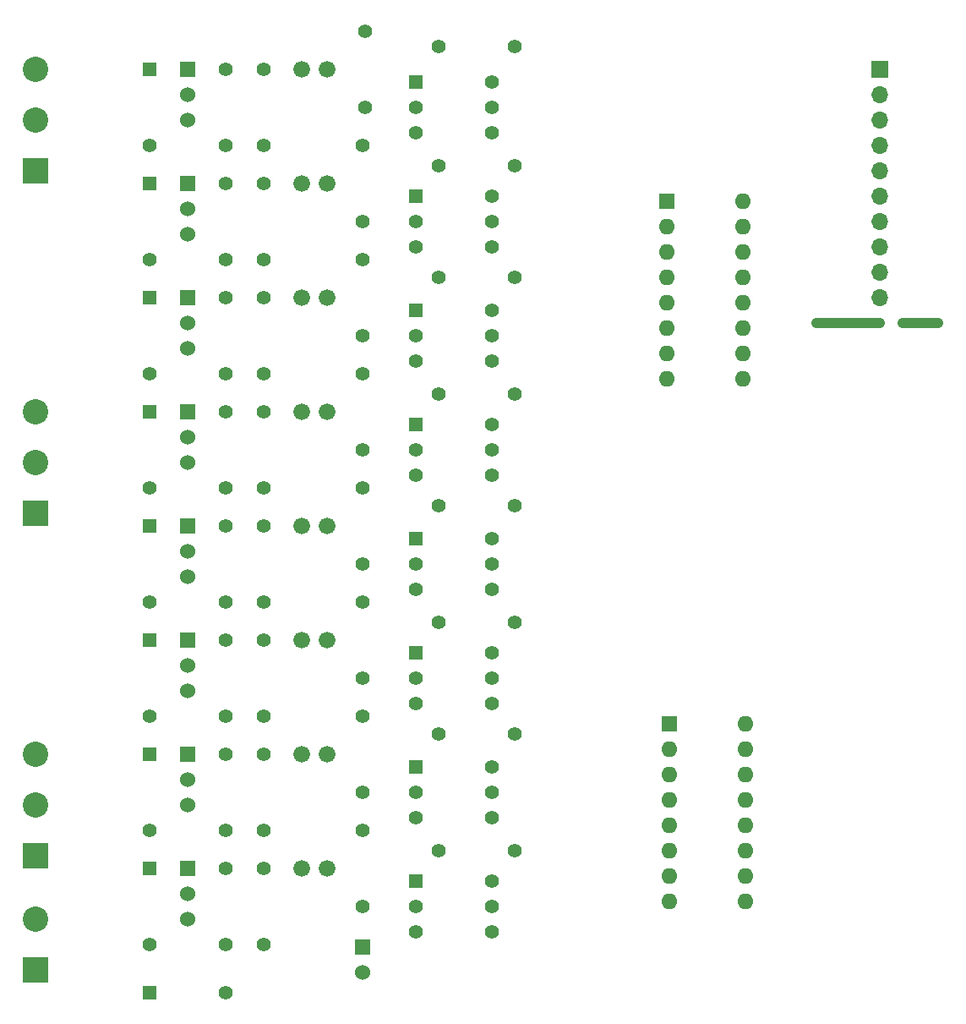
<source format=gtl>
G04 #@! TF.FileFunction,Copper,L1,Top,Signal*
%FSLAX46Y46*%
G04 Gerber Fmt 4.6, Leading zero omitted, Abs format (unit mm)*
G04 Created by KiCad (PCBNEW 4.0.7-e2-6376~58~ubuntu14.04.1) date Sat Apr  7 11:11:52 2018*
%MOMM*%
%LPD*%
G01*
G04 APERTURE LIST*
%ADD10C,0.150000*%
%ADD11R,1.397000X1.397000*%
%ADD12C,1.397000*%
%ADD13R,1.524000X1.524000*%
%ADD14C,1.524000*%
%ADD15C,1.676400*%
%ADD16R,2.540000X2.540000*%
%ADD17C,2.540000*%
%ADD18R,1.700000X1.700000*%
%ADD19O,1.700000X1.700000*%
%ADD20R,1.600000X1.600000*%
%ADD21O,1.600000X1.600000*%
%ADD22C,0.889000*%
%ADD23C,1.000000*%
G04 APERTURE END LIST*
D10*
D11*
X106680000Y-73660000D03*
D12*
X106680000Y-76200000D03*
X106680000Y-78740000D03*
X114300000Y-78740000D03*
X114300000Y-76200000D03*
X114300000Y-73660000D03*
X116586000Y-70104000D03*
X108966000Y-70104000D03*
X101600000Y-68580000D03*
X101600000Y-76200000D03*
X116586000Y-138938000D03*
X108966000Y-138938000D03*
X101346000Y-137160000D03*
X101346000Y-144780000D03*
X116586000Y-150622000D03*
X108966000Y-150622000D03*
X101346000Y-148590000D03*
X101346000Y-156210000D03*
X116586000Y-127762000D03*
X108966000Y-127762000D03*
X101346000Y-125730000D03*
X101346000Y-133350000D03*
X116586000Y-116078000D03*
X108966000Y-116078000D03*
X101346000Y-114300000D03*
X101346000Y-121920000D03*
X116586000Y-104902000D03*
X108966000Y-104902000D03*
X101346000Y-102870000D03*
X101346000Y-110490000D03*
X116586000Y-93218000D03*
X108966000Y-93218000D03*
X101346000Y-91440000D03*
X101346000Y-99060000D03*
X116586000Y-82042000D03*
X108966000Y-82042000D03*
X101346000Y-80010000D03*
X101346000Y-87630000D03*
D13*
X83820000Y-72390000D03*
D14*
X83820000Y-74930000D03*
X83820000Y-77470000D03*
D15*
X95250000Y-129540000D03*
X97790000Y-129540000D03*
X95250000Y-95250000D03*
X97790000Y-95250000D03*
X95250000Y-140970000D03*
X97790000Y-140970000D03*
X95250000Y-83820000D03*
X97790000Y-83820000D03*
X95250000Y-106680000D03*
X97790000Y-106680000D03*
X95250000Y-72390000D03*
X97790000Y-72390000D03*
X95250000Y-152400000D03*
X97790000Y-152400000D03*
X95250000Y-118110000D03*
X97790000Y-118110000D03*
D11*
X106680000Y-153670000D03*
D12*
X106680000Y-156210000D03*
X106680000Y-158750000D03*
X114300000Y-158750000D03*
X114300000Y-156210000D03*
X114300000Y-153670000D03*
D11*
X106680000Y-142240000D03*
D12*
X106680000Y-144780000D03*
X106680000Y-147320000D03*
X114300000Y-147320000D03*
X114300000Y-144780000D03*
X114300000Y-142240000D03*
D11*
X106680000Y-96520000D03*
D12*
X106680000Y-99060000D03*
X106680000Y-101600000D03*
X114300000Y-101600000D03*
X114300000Y-99060000D03*
X114300000Y-96520000D03*
D11*
X106680000Y-130810000D03*
D12*
X106680000Y-133350000D03*
X106680000Y-135890000D03*
X114300000Y-135890000D03*
X114300000Y-133350000D03*
X114300000Y-130810000D03*
D11*
X106680000Y-85090000D03*
D12*
X106680000Y-87630000D03*
X106680000Y-90170000D03*
X114300000Y-90170000D03*
X114300000Y-87630000D03*
X114300000Y-85090000D03*
D11*
X106680000Y-119380000D03*
D12*
X106680000Y-121920000D03*
X106680000Y-124460000D03*
X114300000Y-124460000D03*
X114300000Y-121920000D03*
X114300000Y-119380000D03*
D11*
X106680000Y-107950000D03*
D12*
X106680000Y-110490000D03*
X106680000Y-113030000D03*
X114300000Y-113030000D03*
X114300000Y-110490000D03*
X114300000Y-107950000D03*
D11*
X80010000Y-129540000D03*
D12*
X80010000Y-137160000D03*
D11*
X80010000Y-118110000D03*
D12*
X80010000Y-125730000D03*
D11*
X80010000Y-72390000D03*
D12*
X80010000Y-80010000D03*
D11*
X80010000Y-152400000D03*
D12*
X80010000Y-160020000D03*
D11*
X80010000Y-106680000D03*
D12*
X80010000Y-114300000D03*
D11*
X80010000Y-95250000D03*
D12*
X80010000Y-102870000D03*
D11*
X80010000Y-140970000D03*
D12*
X80010000Y-148590000D03*
D11*
X80010000Y-83820000D03*
D12*
X80010000Y-91440000D03*
D13*
X83820000Y-118110000D03*
D14*
X83820000Y-120650000D03*
X83820000Y-123190000D03*
D13*
X83820000Y-129540000D03*
D14*
X83820000Y-132080000D03*
X83820000Y-134620000D03*
D13*
X83820000Y-140970000D03*
D14*
X83820000Y-143510000D03*
X83820000Y-146050000D03*
D13*
X83820000Y-152400000D03*
D14*
X83820000Y-154940000D03*
X83820000Y-157480000D03*
D11*
X80010000Y-164846000D03*
D12*
X87630000Y-164846000D03*
D16*
X68580000Y-151130000D03*
D17*
X68580000Y-146050000D03*
X68580000Y-140970000D03*
D16*
X68580000Y-116840000D03*
D17*
X68580000Y-111760000D03*
X68580000Y-106680000D03*
D16*
X68580000Y-82550000D03*
D17*
X68580000Y-77470000D03*
X68580000Y-72390000D03*
D16*
X68580000Y-162560000D03*
D17*
X68580000Y-157480000D03*
D13*
X83820000Y-83820000D03*
D14*
X83820000Y-86360000D03*
X83820000Y-88900000D03*
D13*
X83820000Y-95250000D03*
D14*
X83820000Y-97790000D03*
X83820000Y-100330000D03*
D13*
X83820000Y-106680000D03*
D14*
X83820000Y-109220000D03*
X83820000Y-111760000D03*
D12*
X87630000Y-72390000D03*
X87630000Y-80010000D03*
X91440000Y-72390000D03*
X91440000Y-80010000D03*
X87630000Y-83820000D03*
X87630000Y-91440000D03*
X91440000Y-83820000D03*
X91440000Y-91440000D03*
X87630000Y-95250000D03*
X87630000Y-102870000D03*
X91440000Y-95250000D03*
X91440000Y-102870000D03*
X87630000Y-106680000D03*
X87630000Y-114300000D03*
X91440000Y-106680000D03*
X91440000Y-114300000D03*
X87630000Y-118110000D03*
X87630000Y-125730000D03*
X91440000Y-118110000D03*
X91440000Y-125730000D03*
X87630000Y-129540000D03*
X87630000Y-137160000D03*
X91440000Y-129540000D03*
X91440000Y-137160000D03*
X87630000Y-152400000D03*
X87630000Y-160020000D03*
X91440000Y-152400000D03*
X91440000Y-160020000D03*
X87630000Y-140970000D03*
X87630000Y-148590000D03*
X91440000Y-140970000D03*
X91440000Y-148590000D03*
D13*
X101346000Y-160274000D03*
D14*
X101346000Y-162814000D03*
D18*
X153162000Y-72390000D03*
D19*
X153162000Y-74930000D03*
X153162000Y-77470000D03*
X153162000Y-80010000D03*
X153162000Y-82550000D03*
X153162000Y-85090000D03*
X153162000Y-87630000D03*
X153162000Y-90170000D03*
X153162000Y-92710000D03*
X153162000Y-95250000D03*
D20*
X131826000Y-85598000D03*
D21*
X139446000Y-103378000D03*
X131826000Y-88138000D03*
X139446000Y-100838000D03*
X131826000Y-90678000D03*
X139446000Y-98298000D03*
X131826000Y-93218000D03*
X139446000Y-95758000D03*
X131826000Y-95758000D03*
X139446000Y-93218000D03*
X131826000Y-98298000D03*
X139446000Y-90678000D03*
X131826000Y-100838000D03*
X139446000Y-88138000D03*
X131826000Y-103378000D03*
X139446000Y-85598000D03*
D20*
X132080000Y-137922000D03*
D21*
X139700000Y-155702000D03*
X132080000Y-140462000D03*
X139700000Y-153162000D03*
X132080000Y-143002000D03*
X139700000Y-150622000D03*
X132080000Y-145542000D03*
X139700000Y-148082000D03*
X132080000Y-148082000D03*
X139700000Y-145542000D03*
X132080000Y-150622000D03*
X139700000Y-143002000D03*
X132080000Y-153162000D03*
X139700000Y-140462000D03*
X132080000Y-155702000D03*
X139700000Y-137922000D03*
D22*
X159004000Y-97790000D03*
X155448000Y-97790000D03*
X153162000Y-97790000D03*
X146796002Y-97790000D03*
D23*
X155448000Y-97790000D02*
X159004000Y-97790000D01*
X146796002Y-97790000D02*
X153162000Y-97790000D01*
M02*

</source>
